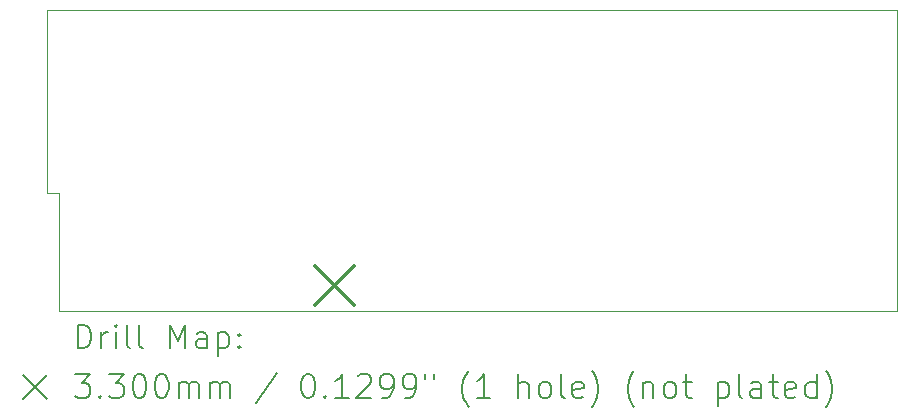
<source format=gbr>
%TF.GenerationSoftware,KiCad,Pcbnew,8.0.4*%
%TF.CreationDate,2024-09-18T13:26:58+01:00*%
%TF.ProjectId,BG95V4,42473935-5634-42e6-9b69-6361645f7063,rev?*%
%TF.SameCoordinates,Original*%
%TF.FileFunction,Drillmap*%
%TF.FilePolarity,Positive*%
%FSLAX45Y45*%
G04 Gerber Fmt 4.5, Leading zero omitted, Abs format (unit mm)*
G04 Created by KiCad (PCBNEW 8.0.4) date 2024-09-18 13:26:58*
%MOMM*%
%LPD*%
G01*
G04 APERTURE LIST*
%ADD10C,0.050000*%
%ADD11C,0.200000*%
%ADD12C,0.330000*%
G04 APERTURE END LIST*
D10*
X400000Y700000D02*
X400000Y-300000D01*
X7500000Y-300000D02*
X400000Y-300000D01*
X300000Y2250000D02*
X300000Y700000D01*
X7500000Y-300000D02*
X7500000Y2250000D01*
X300000Y700000D02*
X400000Y700000D01*
X7500000Y2250000D02*
X300000Y2250000D01*
D11*
D12*
X2568040Y78640D02*
X2898040Y-251360D01*
X2898040Y78640D02*
X2568040Y-251360D01*
D11*
X558277Y-613984D02*
X558277Y-413984D01*
X558277Y-413984D02*
X605896Y-413984D01*
X605896Y-413984D02*
X634467Y-423508D01*
X634467Y-423508D02*
X653515Y-442555D01*
X653515Y-442555D02*
X663039Y-461603D01*
X663039Y-461603D02*
X672563Y-499698D01*
X672563Y-499698D02*
X672563Y-528270D01*
X672563Y-528270D02*
X663039Y-566365D01*
X663039Y-566365D02*
X653515Y-585412D01*
X653515Y-585412D02*
X634467Y-604460D01*
X634467Y-604460D02*
X605896Y-613984D01*
X605896Y-613984D02*
X558277Y-613984D01*
X758277Y-613984D02*
X758277Y-480650D01*
X758277Y-518746D02*
X767801Y-499698D01*
X767801Y-499698D02*
X777324Y-490174D01*
X777324Y-490174D02*
X796372Y-480650D01*
X796372Y-480650D02*
X815420Y-480650D01*
X882086Y-613984D02*
X882086Y-480650D01*
X882086Y-413984D02*
X872562Y-423508D01*
X872562Y-423508D02*
X882086Y-433031D01*
X882086Y-433031D02*
X891610Y-423508D01*
X891610Y-423508D02*
X882086Y-413984D01*
X882086Y-413984D02*
X882086Y-433031D01*
X1005896Y-613984D02*
X986848Y-604460D01*
X986848Y-604460D02*
X977324Y-585412D01*
X977324Y-585412D02*
X977324Y-413984D01*
X1110658Y-613984D02*
X1091610Y-604460D01*
X1091610Y-604460D02*
X1082086Y-585412D01*
X1082086Y-585412D02*
X1082086Y-413984D01*
X1339229Y-613984D02*
X1339229Y-413984D01*
X1339229Y-413984D02*
X1405896Y-556841D01*
X1405896Y-556841D02*
X1472562Y-413984D01*
X1472562Y-413984D02*
X1472562Y-613984D01*
X1653515Y-613984D02*
X1653515Y-509222D01*
X1653515Y-509222D02*
X1643991Y-490174D01*
X1643991Y-490174D02*
X1624943Y-480650D01*
X1624943Y-480650D02*
X1586848Y-480650D01*
X1586848Y-480650D02*
X1567801Y-490174D01*
X1653515Y-604460D02*
X1634467Y-613984D01*
X1634467Y-613984D02*
X1586848Y-613984D01*
X1586848Y-613984D02*
X1567801Y-604460D01*
X1567801Y-604460D02*
X1558277Y-585412D01*
X1558277Y-585412D02*
X1558277Y-566365D01*
X1558277Y-566365D02*
X1567801Y-547317D01*
X1567801Y-547317D02*
X1586848Y-537793D01*
X1586848Y-537793D02*
X1634467Y-537793D01*
X1634467Y-537793D02*
X1653515Y-528270D01*
X1748753Y-480650D02*
X1748753Y-680650D01*
X1748753Y-490174D02*
X1767801Y-480650D01*
X1767801Y-480650D02*
X1805896Y-480650D01*
X1805896Y-480650D02*
X1824943Y-490174D01*
X1824943Y-490174D02*
X1834467Y-499698D01*
X1834467Y-499698D02*
X1843991Y-518746D01*
X1843991Y-518746D02*
X1843991Y-575889D01*
X1843991Y-575889D02*
X1834467Y-594936D01*
X1834467Y-594936D02*
X1824943Y-604460D01*
X1824943Y-604460D02*
X1805896Y-613984D01*
X1805896Y-613984D02*
X1767801Y-613984D01*
X1767801Y-613984D02*
X1748753Y-604460D01*
X1929705Y-594936D02*
X1939229Y-604460D01*
X1939229Y-604460D02*
X1929705Y-613984D01*
X1929705Y-613984D02*
X1920182Y-604460D01*
X1920182Y-604460D02*
X1929705Y-594936D01*
X1929705Y-594936D02*
X1929705Y-613984D01*
X1929705Y-490174D02*
X1939229Y-499698D01*
X1939229Y-499698D02*
X1929705Y-509222D01*
X1929705Y-509222D02*
X1920182Y-499698D01*
X1920182Y-499698D02*
X1929705Y-490174D01*
X1929705Y-490174D02*
X1929705Y-509222D01*
X97500Y-842500D02*
X297500Y-1042500D01*
X297500Y-842500D02*
X97500Y-1042500D01*
X539229Y-833984D02*
X663039Y-833984D01*
X663039Y-833984D02*
X596372Y-910174D01*
X596372Y-910174D02*
X624944Y-910174D01*
X624944Y-910174D02*
X643991Y-919698D01*
X643991Y-919698D02*
X653515Y-929222D01*
X653515Y-929222D02*
X663039Y-948269D01*
X663039Y-948269D02*
X663039Y-995888D01*
X663039Y-995888D02*
X653515Y-1014936D01*
X653515Y-1014936D02*
X643991Y-1024460D01*
X643991Y-1024460D02*
X624944Y-1033984D01*
X624944Y-1033984D02*
X567801Y-1033984D01*
X567801Y-1033984D02*
X548753Y-1024460D01*
X548753Y-1024460D02*
X539229Y-1014936D01*
X748753Y-1014936D02*
X758277Y-1024460D01*
X758277Y-1024460D02*
X748753Y-1033984D01*
X748753Y-1033984D02*
X739229Y-1024460D01*
X739229Y-1024460D02*
X748753Y-1014936D01*
X748753Y-1014936D02*
X748753Y-1033984D01*
X824943Y-833984D02*
X948753Y-833984D01*
X948753Y-833984D02*
X882086Y-910174D01*
X882086Y-910174D02*
X910658Y-910174D01*
X910658Y-910174D02*
X929705Y-919698D01*
X929705Y-919698D02*
X939229Y-929222D01*
X939229Y-929222D02*
X948753Y-948269D01*
X948753Y-948269D02*
X948753Y-995888D01*
X948753Y-995888D02*
X939229Y-1014936D01*
X939229Y-1014936D02*
X929705Y-1024460D01*
X929705Y-1024460D02*
X910658Y-1033984D01*
X910658Y-1033984D02*
X853515Y-1033984D01*
X853515Y-1033984D02*
X834467Y-1024460D01*
X834467Y-1024460D02*
X824943Y-1014936D01*
X1072563Y-833984D02*
X1091610Y-833984D01*
X1091610Y-833984D02*
X1110658Y-843508D01*
X1110658Y-843508D02*
X1120182Y-853031D01*
X1120182Y-853031D02*
X1129705Y-872079D01*
X1129705Y-872079D02*
X1139229Y-910174D01*
X1139229Y-910174D02*
X1139229Y-957793D01*
X1139229Y-957793D02*
X1129705Y-995888D01*
X1129705Y-995888D02*
X1120182Y-1014936D01*
X1120182Y-1014936D02*
X1110658Y-1024460D01*
X1110658Y-1024460D02*
X1091610Y-1033984D01*
X1091610Y-1033984D02*
X1072563Y-1033984D01*
X1072563Y-1033984D02*
X1053515Y-1024460D01*
X1053515Y-1024460D02*
X1043991Y-1014936D01*
X1043991Y-1014936D02*
X1034467Y-995888D01*
X1034467Y-995888D02*
X1024943Y-957793D01*
X1024943Y-957793D02*
X1024943Y-910174D01*
X1024943Y-910174D02*
X1034467Y-872079D01*
X1034467Y-872079D02*
X1043991Y-853031D01*
X1043991Y-853031D02*
X1053515Y-843508D01*
X1053515Y-843508D02*
X1072563Y-833984D01*
X1263039Y-833984D02*
X1282086Y-833984D01*
X1282086Y-833984D02*
X1301134Y-843508D01*
X1301134Y-843508D02*
X1310658Y-853031D01*
X1310658Y-853031D02*
X1320182Y-872079D01*
X1320182Y-872079D02*
X1329705Y-910174D01*
X1329705Y-910174D02*
X1329705Y-957793D01*
X1329705Y-957793D02*
X1320182Y-995888D01*
X1320182Y-995888D02*
X1310658Y-1014936D01*
X1310658Y-1014936D02*
X1301134Y-1024460D01*
X1301134Y-1024460D02*
X1282086Y-1033984D01*
X1282086Y-1033984D02*
X1263039Y-1033984D01*
X1263039Y-1033984D02*
X1243991Y-1024460D01*
X1243991Y-1024460D02*
X1234467Y-1014936D01*
X1234467Y-1014936D02*
X1224944Y-995888D01*
X1224944Y-995888D02*
X1215420Y-957793D01*
X1215420Y-957793D02*
X1215420Y-910174D01*
X1215420Y-910174D02*
X1224944Y-872079D01*
X1224944Y-872079D02*
X1234467Y-853031D01*
X1234467Y-853031D02*
X1243991Y-843508D01*
X1243991Y-843508D02*
X1263039Y-833984D01*
X1415420Y-1033984D02*
X1415420Y-900650D01*
X1415420Y-919698D02*
X1424943Y-910174D01*
X1424943Y-910174D02*
X1443991Y-900650D01*
X1443991Y-900650D02*
X1472563Y-900650D01*
X1472563Y-900650D02*
X1491610Y-910174D01*
X1491610Y-910174D02*
X1501134Y-929222D01*
X1501134Y-929222D02*
X1501134Y-1033984D01*
X1501134Y-929222D02*
X1510658Y-910174D01*
X1510658Y-910174D02*
X1529705Y-900650D01*
X1529705Y-900650D02*
X1558277Y-900650D01*
X1558277Y-900650D02*
X1577324Y-910174D01*
X1577324Y-910174D02*
X1586848Y-929222D01*
X1586848Y-929222D02*
X1586848Y-1033984D01*
X1682086Y-1033984D02*
X1682086Y-900650D01*
X1682086Y-919698D02*
X1691610Y-910174D01*
X1691610Y-910174D02*
X1710658Y-900650D01*
X1710658Y-900650D02*
X1739229Y-900650D01*
X1739229Y-900650D02*
X1758277Y-910174D01*
X1758277Y-910174D02*
X1767801Y-929222D01*
X1767801Y-929222D02*
X1767801Y-1033984D01*
X1767801Y-929222D02*
X1777324Y-910174D01*
X1777324Y-910174D02*
X1796372Y-900650D01*
X1796372Y-900650D02*
X1824943Y-900650D01*
X1824943Y-900650D02*
X1843991Y-910174D01*
X1843991Y-910174D02*
X1853515Y-929222D01*
X1853515Y-929222D02*
X1853515Y-1033984D01*
X2243991Y-824460D02*
X2072563Y-1081603D01*
X2501134Y-833984D02*
X2520182Y-833984D01*
X2520182Y-833984D02*
X2539229Y-843508D01*
X2539229Y-843508D02*
X2548753Y-853031D01*
X2548753Y-853031D02*
X2558277Y-872079D01*
X2558277Y-872079D02*
X2567801Y-910174D01*
X2567801Y-910174D02*
X2567801Y-957793D01*
X2567801Y-957793D02*
X2558277Y-995888D01*
X2558277Y-995888D02*
X2548753Y-1014936D01*
X2548753Y-1014936D02*
X2539229Y-1024460D01*
X2539229Y-1024460D02*
X2520182Y-1033984D01*
X2520182Y-1033984D02*
X2501134Y-1033984D01*
X2501134Y-1033984D02*
X2482087Y-1024460D01*
X2482087Y-1024460D02*
X2472563Y-1014936D01*
X2472563Y-1014936D02*
X2463039Y-995888D01*
X2463039Y-995888D02*
X2453515Y-957793D01*
X2453515Y-957793D02*
X2453515Y-910174D01*
X2453515Y-910174D02*
X2463039Y-872079D01*
X2463039Y-872079D02*
X2472563Y-853031D01*
X2472563Y-853031D02*
X2482087Y-843508D01*
X2482087Y-843508D02*
X2501134Y-833984D01*
X2653515Y-1014936D02*
X2663039Y-1024460D01*
X2663039Y-1024460D02*
X2653515Y-1033984D01*
X2653515Y-1033984D02*
X2643991Y-1024460D01*
X2643991Y-1024460D02*
X2653515Y-1014936D01*
X2653515Y-1014936D02*
X2653515Y-1033984D01*
X2853515Y-1033984D02*
X2739229Y-1033984D01*
X2796372Y-1033984D02*
X2796372Y-833984D01*
X2796372Y-833984D02*
X2777325Y-862555D01*
X2777325Y-862555D02*
X2758277Y-881603D01*
X2758277Y-881603D02*
X2739229Y-891127D01*
X2929706Y-853031D02*
X2939229Y-843508D01*
X2939229Y-843508D02*
X2958277Y-833984D01*
X2958277Y-833984D02*
X3005896Y-833984D01*
X3005896Y-833984D02*
X3024944Y-843508D01*
X3024944Y-843508D02*
X3034467Y-853031D01*
X3034467Y-853031D02*
X3043991Y-872079D01*
X3043991Y-872079D02*
X3043991Y-891127D01*
X3043991Y-891127D02*
X3034467Y-919698D01*
X3034467Y-919698D02*
X2920182Y-1033984D01*
X2920182Y-1033984D02*
X3043991Y-1033984D01*
X3139229Y-1033984D02*
X3177325Y-1033984D01*
X3177325Y-1033984D02*
X3196372Y-1024460D01*
X3196372Y-1024460D02*
X3205896Y-1014936D01*
X3205896Y-1014936D02*
X3224944Y-986365D01*
X3224944Y-986365D02*
X3234467Y-948269D01*
X3234467Y-948269D02*
X3234467Y-872079D01*
X3234467Y-872079D02*
X3224944Y-853031D01*
X3224944Y-853031D02*
X3215420Y-843508D01*
X3215420Y-843508D02*
X3196372Y-833984D01*
X3196372Y-833984D02*
X3158277Y-833984D01*
X3158277Y-833984D02*
X3139229Y-843508D01*
X3139229Y-843508D02*
X3129706Y-853031D01*
X3129706Y-853031D02*
X3120182Y-872079D01*
X3120182Y-872079D02*
X3120182Y-919698D01*
X3120182Y-919698D02*
X3129706Y-938746D01*
X3129706Y-938746D02*
X3139229Y-948269D01*
X3139229Y-948269D02*
X3158277Y-957793D01*
X3158277Y-957793D02*
X3196372Y-957793D01*
X3196372Y-957793D02*
X3215420Y-948269D01*
X3215420Y-948269D02*
X3224944Y-938746D01*
X3224944Y-938746D02*
X3234467Y-919698D01*
X3329706Y-1033984D02*
X3367801Y-1033984D01*
X3367801Y-1033984D02*
X3386848Y-1024460D01*
X3386848Y-1024460D02*
X3396372Y-1014936D01*
X3396372Y-1014936D02*
X3415420Y-986365D01*
X3415420Y-986365D02*
X3424944Y-948269D01*
X3424944Y-948269D02*
X3424944Y-872079D01*
X3424944Y-872079D02*
X3415420Y-853031D01*
X3415420Y-853031D02*
X3405896Y-843508D01*
X3405896Y-843508D02*
X3386848Y-833984D01*
X3386848Y-833984D02*
X3348753Y-833984D01*
X3348753Y-833984D02*
X3329706Y-843508D01*
X3329706Y-843508D02*
X3320182Y-853031D01*
X3320182Y-853031D02*
X3310658Y-872079D01*
X3310658Y-872079D02*
X3310658Y-919698D01*
X3310658Y-919698D02*
X3320182Y-938746D01*
X3320182Y-938746D02*
X3329706Y-948269D01*
X3329706Y-948269D02*
X3348753Y-957793D01*
X3348753Y-957793D02*
X3386848Y-957793D01*
X3386848Y-957793D02*
X3405896Y-948269D01*
X3405896Y-948269D02*
X3415420Y-938746D01*
X3415420Y-938746D02*
X3424944Y-919698D01*
X3501134Y-833984D02*
X3501134Y-872079D01*
X3577325Y-833984D02*
X3577325Y-872079D01*
X3872563Y-1110174D02*
X3863039Y-1100650D01*
X3863039Y-1100650D02*
X3843991Y-1072079D01*
X3843991Y-1072079D02*
X3834468Y-1053031D01*
X3834468Y-1053031D02*
X3824944Y-1024460D01*
X3824944Y-1024460D02*
X3815420Y-976841D01*
X3815420Y-976841D02*
X3815420Y-938746D01*
X3815420Y-938746D02*
X3824944Y-891127D01*
X3824944Y-891127D02*
X3834468Y-862555D01*
X3834468Y-862555D02*
X3843991Y-843508D01*
X3843991Y-843508D02*
X3863039Y-814936D01*
X3863039Y-814936D02*
X3872563Y-805412D01*
X4053515Y-1033984D02*
X3939229Y-1033984D01*
X3996372Y-1033984D02*
X3996372Y-833984D01*
X3996372Y-833984D02*
X3977325Y-862555D01*
X3977325Y-862555D02*
X3958277Y-881603D01*
X3958277Y-881603D02*
X3939229Y-891127D01*
X4291611Y-1033984D02*
X4291611Y-833984D01*
X4377325Y-1033984D02*
X4377325Y-929222D01*
X4377325Y-929222D02*
X4367801Y-910174D01*
X4367801Y-910174D02*
X4348753Y-900650D01*
X4348753Y-900650D02*
X4320182Y-900650D01*
X4320182Y-900650D02*
X4301134Y-910174D01*
X4301134Y-910174D02*
X4291611Y-919698D01*
X4501134Y-1033984D02*
X4482087Y-1024460D01*
X4482087Y-1024460D02*
X4472563Y-1014936D01*
X4472563Y-1014936D02*
X4463039Y-995888D01*
X4463039Y-995888D02*
X4463039Y-938746D01*
X4463039Y-938746D02*
X4472563Y-919698D01*
X4472563Y-919698D02*
X4482087Y-910174D01*
X4482087Y-910174D02*
X4501134Y-900650D01*
X4501134Y-900650D02*
X4529706Y-900650D01*
X4529706Y-900650D02*
X4548753Y-910174D01*
X4548753Y-910174D02*
X4558277Y-919698D01*
X4558277Y-919698D02*
X4567801Y-938746D01*
X4567801Y-938746D02*
X4567801Y-995888D01*
X4567801Y-995888D02*
X4558277Y-1014936D01*
X4558277Y-1014936D02*
X4548753Y-1024460D01*
X4548753Y-1024460D02*
X4529706Y-1033984D01*
X4529706Y-1033984D02*
X4501134Y-1033984D01*
X4682087Y-1033984D02*
X4663039Y-1024460D01*
X4663039Y-1024460D02*
X4653515Y-1005412D01*
X4653515Y-1005412D02*
X4653515Y-833984D01*
X4834468Y-1024460D02*
X4815420Y-1033984D01*
X4815420Y-1033984D02*
X4777325Y-1033984D01*
X4777325Y-1033984D02*
X4758277Y-1024460D01*
X4758277Y-1024460D02*
X4748753Y-1005412D01*
X4748753Y-1005412D02*
X4748753Y-929222D01*
X4748753Y-929222D02*
X4758277Y-910174D01*
X4758277Y-910174D02*
X4777325Y-900650D01*
X4777325Y-900650D02*
X4815420Y-900650D01*
X4815420Y-900650D02*
X4834468Y-910174D01*
X4834468Y-910174D02*
X4843992Y-929222D01*
X4843992Y-929222D02*
X4843992Y-948269D01*
X4843992Y-948269D02*
X4748753Y-967317D01*
X4910658Y-1110174D02*
X4920182Y-1100650D01*
X4920182Y-1100650D02*
X4939230Y-1072079D01*
X4939230Y-1072079D02*
X4948753Y-1053031D01*
X4948753Y-1053031D02*
X4958277Y-1024460D01*
X4958277Y-1024460D02*
X4967801Y-976841D01*
X4967801Y-976841D02*
X4967801Y-938746D01*
X4967801Y-938746D02*
X4958277Y-891127D01*
X4958277Y-891127D02*
X4948753Y-862555D01*
X4948753Y-862555D02*
X4939230Y-843508D01*
X4939230Y-843508D02*
X4920182Y-814936D01*
X4920182Y-814936D02*
X4910658Y-805412D01*
X5272563Y-1110174D02*
X5263039Y-1100650D01*
X5263039Y-1100650D02*
X5243992Y-1072079D01*
X5243992Y-1072079D02*
X5234468Y-1053031D01*
X5234468Y-1053031D02*
X5224944Y-1024460D01*
X5224944Y-1024460D02*
X5215420Y-976841D01*
X5215420Y-976841D02*
X5215420Y-938746D01*
X5215420Y-938746D02*
X5224944Y-891127D01*
X5224944Y-891127D02*
X5234468Y-862555D01*
X5234468Y-862555D02*
X5243992Y-843508D01*
X5243992Y-843508D02*
X5263039Y-814936D01*
X5263039Y-814936D02*
X5272563Y-805412D01*
X5348753Y-900650D02*
X5348753Y-1033984D01*
X5348753Y-919698D02*
X5358277Y-910174D01*
X5358277Y-910174D02*
X5377325Y-900650D01*
X5377325Y-900650D02*
X5405896Y-900650D01*
X5405896Y-900650D02*
X5424944Y-910174D01*
X5424944Y-910174D02*
X5434468Y-929222D01*
X5434468Y-929222D02*
X5434468Y-1033984D01*
X5558277Y-1033984D02*
X5539230Y-1024460D01*
X5539230Y-1024460D02*
X5529706Y-1014936D01*
X5529706Y-1014936D02*
X5520182Y-995888D01*
X5520182Y-995888D02*
X5520182Y-938746D01*
X5520182Y-938746D02*
X5529706Y-919698D01*
X5529706Y-919698D02*
X5539230Y-910174D01*
X5539230Y-910174D02*
X5558277Y-900650D01*
X5558277Y-900650D02*
X5586849Y-900650D01*
X5586849Y-900650D02*
X5605896Y-910174D01*
X5605896Y-910174D02*
X5615420Y-919698D01*
X5615420Y-919698D02*
X5624944Y-938746D01*
X5624944Y-938746D02*
X5624944Y-995888D01*
X5624944Y-995888D02*
X5615420Y-1014936D01*
X5615420Y-1014936D02*
X5605896Y-1024460D01*
X5605896Y-1024460D02*
X5586849Y-1033984D01*
X5586849Y-1033984D02*
X5558277Y-1033984D01*
X5682087Y-900650D02*
X5758277Y-900650D01*
X5710658Y-833984D02*
X5710658Y-1005412D01*
X5710658Y-1005412D02*
X5720182Y-1024460D01*
X5720182Y-1024460D02*
X5739230Y-1033984D01*
X5739230Y-1033984D02*
X5758277Y-1033984D01*
X5977325Y-900650D02*
X5977325Y-1100650D01*
X5977325Y-910174D02*
X5996372Y-900650D01*
X5996372Y-900650D02*
X6034468Y-900650D01*
X6034468Y-900650D02*
X6053515Y-910174D01*
X6053515Y-910174D02*
X6063039Y-919698D01*
X6063039Y-919698D02*
X6072563Y-938746D01*
X6072563Y-938746D02*
X6072563Y-995888D01*
X6072563Y-995888D02*
X6063039Y-1014936D01*
X6063039Y-1014936D02*
X6053515Y-1024460D01*
X6053515Y-1024460D02*
X6034468Y-1033984D01*
X6034468Y-1033984D02*
X5996372Y-1033984D01*
X5996372Y-1033984D02*
X5977325Y-1024460D01*
X6186849Y-1033984D02*
X6167801Y-1024460D01*
X6167801Y-1024460D02*
X6158277Y-1005412D01*
X6158277Y-1005412D02*
X6158277Y-833984D01*
X6348753Y-1033984D02*
X6348753Y-929222D01*
X6348753Y-929222D02*
X6339230Y-910174D01*
X6339230Y-910174D02*
X6320182Y-900650D01*
X6320182Y-900650D02*
X6282087Y-900650D01*
X6282087Y-900650D02*
X6263039Y-910174D01*
X6348753Y-1024460D02*
X6329706Y-1033984D01*
X6329706Y-1033984D02*
X6282087Y-1033984D01*
X6282087Y-1033984D02*
X6263039Y-1024460D01*
X6263039Y-1024460D02*
X6253515Y-1005412D01*
X6253515Y-1005412D02*
X6253515Y-986365D01*
X6253515Y-986365D02*
X6263039Y-967317D01*
X6263039Y-967317D02*
X6282087Y-957793D01*
X6282087Y-957793D02*
X6329706Y-957793D01*
X6329706Y-957793D02*
X6348753Y-948269D01*
X6415420Y-900650D02*
X6491611Y-900650D01*
X6443992Y-833984D02*
X6443992Y-1005412D01*
X6443992Y-1005412D02*
X6453515Y-1024460D01*
X6453515Y-1024460D02*
X6472563Y-1033984D01*
X6472563Y-1033984D02*
X6491611Y-1033984D01*
X6634468Y-1024460D02*
X6615420Y-1033984D01*
X6615420Y-1033984D02*
X6577325Y-1033984D01*
X6577325Y-1033984D02*
X6558277Y-1024460D01*
X6558277Y-1024460D02*
X6548753Y-1005412D01*
X6548753Y-1005412D02*
X6548753Y-929222D01*
X6548753Y-929222D02*
X6558277Y-910174D01*
X6558277Y-910174D02*
X6577325Y-900650D01*
X6577325Y-900650D02*
X6615420Y-900650D01*
X6615420Y-900650D02*
X6634468Y-910174D01*
X6634468Y-910174D02*
X6643992Y-929222D01*
X6643992Y-929222D02*
X6643992Y-948269D01*
X6643992Y-948269D02*
X6548753Y-967317D01*
X6815420Y-1033984D02*
X6815420Y-833984D01*
X6815420Y-1024460D02*
X6796373Y-1033984D01*
X6796373Y-1033984D02*
X6758277Y-1033984D01*
X6758277Y-1033984D02*
X6739230Y-1024460D01*
X6739230Y-1024460D02*
X6729706Y-1014936D01*
X6729706Y-1014936D02*
X6720182Y-995888D01*
X6720182Y-995888D02*
X6720182Y-938746D01*
X6720182Y-938746D02*
X6729706Y-919698D01*
X6729706Y-919698D02*
X6739230Y-910174D01*
X6739230Y-910174D02*
X6758277Y-900650D01*
X6758277Y-900650D02*
X6796373Y-900650D01*
X6796373Y-900650D02*
X6815420Y-910174D01*
X6891611Y-1110174D02*
X6901134Y-1100650D01*
X6901134Y-1100650D02*
X6920182Y-1072079D01*
X6920182Y-1072079D02*
X6929706Y-1053031D01*
X6929706Y-1053031D02*
X6939230Y-1024460D01*
X6939230Y-1024460D02*
X6948753Y-976841D01*
X6948753Y-976841D02*
X6948753Y-938746D01*
X6948753Y-938746D02*
X6939230Y-891127D01*
X6939230Y-891127D02*
X6929706Y-862555D01*
X6929706Y-862555D02*
X6920182Y-843508D01*
X6920182Y-843508D02*
X6901134Y-814936D01*
X6901134Y-814936D02*
X6891611Y-805412D01*
M02*

</source>
